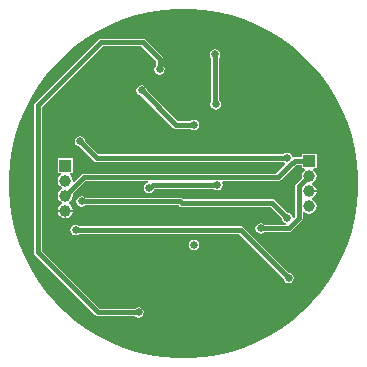
<source format=gbl>
G04*
G04 #@! TF.GenerationSoftware,Altium Limited,Altium Designer,22.0.2 (36)*
G04*
G04 Layer_Physical_Order=2*
G04 Layer_Color=16711680*
%FSLAX25Y25*%
%MOIN*%
G70*
G04*
G04 #@! TF.SameCoordinates,30A63591-0E6C-4272-A93C-493934CF8E47*
G04*
G04*
G04 #@! TF.FilePolarity,Positive*
G04*
G01*
G75*
%ADD27C,0.01500*%
%ADD28C,0.03937*%
%ADD29R,0.03937X0.03937*%
%ADD30C,0.03937*%
%ADD31R,0.03937X0.03937*%
%ADD32C,0.02500*%
G36*
X6852Y57893D02*
X11373Y57177D01*
X15824Y56108D01*
X20178Y54694D01*
X24407Y52942D01*
X28485Y50864D01*
X32388Y48472D01*
X36091Y45782D01*
X39572Y42809D01*
X42809Y39572D01*
X45782Y36091D01*
X48472Y32388D01*
X50864Y28485D01*
X52942Y24407D01*
X54694Y20178D01*
X56108Y15824D01*
X57177Y11373D01*
X57893Y6852D01*
X58252Y2289D01*
Y-2289D01*
X57893Y-6852D01*
X57177Y-11373D01*
X56108Y-15824D01*
X54694Y-20178D01*
X52942Y-24407D01*
X50864Y-28485D01*
X48472Y-32388D01*
X45782Y-36091D01*
X42809Y-39572D01*
X39572Y-42809D01*
X36091Y-45782D01*
X32388Y-48472D01*
X28485Y-50864D01*
X24407Y-52942D01*
X20178Y-54694D01*
X15824Y-56108D01*
X11373Y-57177D01*
X6852Y-57893D01*
X2289Y-58252D01*
X-2289D01*
X-6852Y-57893D01*
X-11373Y-57177D01*
X-15824Y-56108D01*
X-20178Y-54694D01*
X-24407Y-52942D01*
X-28485Y-50864D01*
X-32388Y-48472D01*
X-36091Y-45782D01*
X-39572Y-42809D01*
X-42809Y-39572D01*
X-45782Y-36091D01*
X-48472Y-32388D01*
X-50864Y-28485D01*
X-52942Y-24407D01*
X-54694Y-20178D01*
X-56108Y-15824D01*
X-57177Y-11373D01*
X-57893Y-6852D01*
X-58252Y-2289D01*
Y2289D01*
X-57893Y6852D01*
X-57177Y11373D01*
X-56108Y15824D01*
X-54694Y20178D01*
X-52942Y24407D01*
X-50864Y28485D01*
X-48472Y32388D01*
X-45782Y36091D01*
X-42809Y39572D01*
X-39572Y42809D01*
X-36091Y45782D01*
X-32388Y48472D01*
X-28485Y50864D01*
X-24407Y52942D01*
X-20178Y54694D01*
X-15824Y56108D01*
X-11373Y57177D01*
X-6852Y57893D01*
X-2289Y58252D01*
X2289D01*
X6852Y57893D01*
D02*
G37*
%LPC*%
G36*
X-13500Y48274D02*
X-27500D01*
X-27988Y48177D01*
X-28401Y47901D01*
X-49401Y26901D01*
X-49678Y26488D01*
X-49775Y26000D01*
Y-23000D01*
X-49678Y-23488D01*
X-49401Y-23901D01*
X-29401Y-43901D01*
X-28988Y-44177D01*
X-28500Y-44275D01*
X-16242D01*
X-15683Y-44649D01*
X-15000Y-44784D01*
X-14317Y-44649D01*
X-13738Y-44262D01*
X-13352Y-43683D01*
X-13216Y-43000D01*
X-13352Y-42317D01*
X-13738Y-41738D01*
X-14317Y-41352D01*
X-15000Y-41216D01*
X-15683Y-41352D01*
X-16242Y-41726D01*
X-27972D01*
X-47225Y-22472D01*
Y25472D01*
X-26972Y45726D01*
X-14028D01*
X-9274Y40972D01*
Y39243D01*
X-9648Y38683D01*
X-9784Y38000D01*
X-9648Y37317D01*
X-9262Y36738D01*
X-8683Y36351D01*
X-8000Y36216D01*
X-7317Y36351D01*
X-6738Y36738D01*
X-6352Y37317D01*
X-6216Y38000D01*
X-6352Y38683D01*
X-6725Y39243D01*
Y41500D01*
X-6822Y41988D01*
X-7099Y42401D01*
X-12599Y47901D01*
X-13012Y48177D01*
X-13500Y48274D01*
D02*
G37*
G36*
X10500Y44784D02*
X9817Y44649D01*
X9238Y44262D01*
X8851Y43683D01*
X8716Y43000D01*
X8851Y42317D01*
X9225Y41758D01*
Y27258D01*
X9073Y27030D01*
X8937Y26347D01*
X9073Y25664D01*
X9460Y25085D01*
X10039Y24698D01*
X10722Y24563D01*
X11404Y24698D01*
X11983Y25085D01*
X12370Y25664D01*
X12506Y26347D01*
X12370Y27030D01*
X11983Y27609D01*
X11774Y27748D01*
Y41758D01*
X12149Y42317D01*
X12284Y43000D01*
X12149Y43683D01*
X11762Y44262D01*
X11183Y44649D01*
X10500Y44784D01*
D02*
G37*
G36*
X-14000Y32784D02*
X-14683Y32649D01*
X-15262Y32262D01*
X-15649Y31683D01*
X-15784Y31000D01*
X-15649Y30317D01*
X-15262Y29738D01*
X-14683Y29351D01*
X-14023Y29220D01*
X-3401Y18599D01*
X-2988Y18323D01*
X-2500Y18225D01*
X2258D01*
X2817Y17852D01*
X3500Y17716D01*
X4183Y17852D01*
X4762Y18238D01*
X5148Y18817D01*
X5284Y19500D01*
X5148Y20183D01*
X4762Y20762D01*
X4183Y21148D01*
X3500Y21284D01*
X2817Y21148D01*
X2258Y20775D01*
X-1972D01*
X-12220Y31023D01*
X-12352Y31683D01*
X-12738Y32262D01*
X-13317Y32649D01*
X-14000Y32784D01*
D02*
G37*
G36*
X-34500Y15784D02*
X-35183Y15649D01*
X-35762Y15262D01*
X-36149Y14683D01*
X-36284Y14000D01*
X-36149Y13317D01*
X-35762Y12738D01*
X-35183Y12352D01*
X-34523Y12220D01*
X-29901Y7599D01*
X-29488Y7322D01*
X-29000Y7226D01*
X33257D01*
X33795Y6866D01*
X33859Y6807D01*
X33970Y6334D01*
X30910Y3274D01*
X12381D01*
X12356Y3279D01*
X10285D01*
X10261Y3274D01*
X-33276D01*
X-33763Y3178D01*
X-34177Y2901D01*
X-36413Y665D01*
X-36672Y803D01*
X-36858Y927D01*
X-37045Y1869D01*
X-37590Y2685D01*
X-37967Y2937D01*
X-37816Y3437D01*
X-36902D01*
Y8374D01*
X-41839D01*
Y3437D01*
X-40925D01*
X-40773Y2937D01*
X-41150Y2685D01*
X-41695Y1869D01*
X-41887Y905D01*
X-41695Y-58D01*
X-41150Y-874D01*
X-40488Y-1317D01*
X-40473Y-1358D01*
Y-1831D01*
X-40488Y-1872D01*
X-41150Y-2315D01*
X-41695Y-3131D01*
X-41887Y-4095D01*
X-41695Y-5058D01*
X-41150Y-5874D01*
X-40488Y-6317D01*
X-40473Y-6358D01*
Y-6831D01*
X-40488Y-6872D01*
X-41150Y-7315D01*
X-41695Y-8131D01*
X-41837Y-8845D01*
X-39370D01*
X-36903D01*
X-37045Y-8131D01*
X-37590Y-7315D01*
X-38253Y-6872D01*
X-38267Y-6831D01*
Y-6358D01*
X-38253Y-6317D01*
X-37590Y-5874D01*
X-37045Y-5058D01*
X-36853Y-4095D01*
X-36972Y-3498D01*
X-32748Y726D01*
X-11845D01*
X-11795Y225D01*
X-12183Y149D01*
X-12762Y-238D01*
X-13149Y-817D01*
X-13284Y-1500D01*
X-13149Y-2183D01*
X-12762Y-2762D01*
X-12183Y-3148D01*
X-11500Y-3284D01*
X-10817Y-3148D01*
X-10238Y-2762D01*
X-9851Y-2183D01*
X-9778Y-1814D01*
X-9734Y-1770D01*
X10078D01*
X10638Y-2144D01*
X11321Y-2279D01*
X12004Y-2144D01*
X12583Y-1757D01*
X12969Y-1178D01*
X13105Y-495D01*
X12969Y188D01*
X12904Y285D01*
X13140Y726D01*
X31438D01*
X31926Y823D01*
X32339Y1099D01*
X36143Y4903D01*
X36437Y5099D01*
X37563Y6225D01*
X39398D01*
Y5032D01*
X40312D01*
X40463Y4532D01*
X40086Y4280D01*
X39541Y3463D01*
X39349Y2500D01*
X39468Y1904D01*
X37499Y-64D01*
X37223Y-478D01*
X37126Y-965D01*
Y-11072D01*
X36770Y-11428D01*
X36235Y-11255D01*
X36149Y-10817D01*
X35762Y-10238D01*
X35183Y-9851D01*
X34523Y-9720D01*
X30401Y-5599D01*
X29988Y-5322D01*
X29500Y-5226D01*
X-105D01*
X-232Y-5099D01*
X-646Y-4823D01*
X-1133Y-4725D01*
X-32757D01*
X-33317Y-4352D01*
X-34000Y-4216D01*
X-34683Y-4352D01*
X-35262Y-4738D01*
X-35649Y-5317D01*
X-35784Y-6000D01*
X-35649Y-6683D01*
X-35262Y-7262D01*
X-34683Y-7649D01*
X-34000Y-7784D01*
X-33317Y-7649D01*
X-32757Y-7275D01*
X-1661D01*
X-1534Y-7401D01*
X-1121Y-7677D01*
X-633Y-7774D01*
X28972D01*
X32720Y-11523D01*
X32851Y-12183D01*
X33238Y-12762D01*
X33817Y-13149D01*
X34205Y-13226D01*
X34155Y-13725D01*
X26993D01*
X26434Y-13352D01*
X25751Y-13216D01*
X25068Y-13352D01*
X24489Y-13738D01*
X24102Y-14317D01*
X23967Y-15000D01*
X24102Y-15683D01*
X24489Y-16262D01*
X25068Y-16648D01*
X25751Y-16784D01*
X26434Y-16648D01*
X26993Y-16274D01*
X35000D01*
X35488Y-16177D01*
X35901Y-15901D01*
X39302Y-12501D01*
X39578Y-12087D01*
X39675Y-11599D01*
Y-9496D01*
X40175Y-9339D01*
X40903Y-9825D01*
X41866Y-10017D01*
X42829Y-9825D01*
X43646Y-9280D01*
X44191Y-8463D01*
X44383Y-7500D01*
X44191Y-6537D01*
X43646Y-5720D01*
X42984Y-5278D01*
X42970Y-5237D01*
Y-4764D01*
X42984Y-4722D01*
X43646Y-4280D01*
X44191Y-3463D01*
X44333Y-2750D01*
X41866D01*
Y-2250D01*
X44333D01*
X44191Y-1537D01*
X43646Y-720D01*
X42984Y-278D01*
X42970Y-237D01*
Y237D01*
X42984Y278D01*
X43646Y720D01*
X44191Y1537D01*
X44383Y2500D01*
X44191Y3463D01*
X43646Y4280D01*
X43269Y4532D01*
X43421Y5032D01*
X44335D01*
Y9968D01*
X39398D01*
Y8775D01*
X37036D01*
X36548Y8677D01*
X36222Y8812D01*
X36149Y9183D01*
X35762Y9762D01*
X35183Y10148D01*
X34500Y10284D01*
X33817Y10148D01*
X33257Y9775D01*
X-28472D01*
X-32720Y14023D01*
X-32851Y14683D01*
X-33238Y15262D01*
X-33817Y15649D01*
X-34500Y15784D01*
D02*
G37*
G36*
X-36903Y-9345D02*
X-39120D01*
Y-11562D01*
X-38407Y-11420D01*
X-37590Y-10874D01*
X-37045Y-10058D01*
X-36903Y-9345D01*
D02*
G37*
G36*
X-39620D02*
X-41837D01*
X-41695Y-10058D01*
X-41150Y-10874D01*
X-40333Y-11420D01*
X-39620Y-11562D01*
Y-9345D01*
D02*
G37*
G36*
X3500Y-18716D02*
X2817Y-18851D01*
X2238Y-19238D01*
X1852Y-19817D01*
X1716Y-20500D01*
X1852Y-21183D01*
X2238Y-21762D01*
X2817Y-22149D01*
X3500Y-22284D01*
X4183Y-22149D01*
X4762Y-21762D01*
X5148Y-21183D01*
X5284Y-20500D01*
X5148Y-19817D01*
X4762Y-19238D01*
X4183Y-18851D01*
X3500Y-18716D01*
D02*
G37*
G36*
X-36000Y-13716D02*
X-36683Y-13851D01*
X-37262Y-14238D01*
X-37648Y-14817D01*
X-37784Y-15500D01*
X-37648Y-16183D01*
X-37262Y-16762D01*
X-36683Y-17149D01*
X-36000Y-17284D01*
X-35317Y-17149D01*
X-34758Y-16774D01*
X18472D01*
X33220Y-31523D01*
X33351Y-32183D01*
X33738Y-32762D01*
X34317Y-33149D01*
X35000Y-33284D01*
X35683Y-33149D01*
X36262Y-32762D01*
X36648Y-32183D01*
X36784Y-31500D01*
X36648Y-30817D01*
X36262Y-30238D01*
X35683Y-29851D01*
X35023Y-29720D01*
X19901Y-14599D01*
X19488Y-14322D01*
X19000Y-14225D01*
X-34758D01*
X-35317Y-13851D01*
X-36000Y-13716D01*
D02*
G37*
%LPD*%
D27*
X-27500Y47000D02*
X-13500D01*
X-8000Y38000D02*
Y41500D01*
X-13500Y47000D02*
X-8000Y41500D01*
X-633Y-6500D02*
X29500D01*
X34500Y-11500D01*
X-34000Y-6000D02*
X-1133D01*
X-633Y-6500D01*
X37036Y7500D02*
X41866D01*
X35535Y6000D02*
X37036Y7500D01*
X35438Y6000D02*
X35535D01*
X31438Y2000D02*
X35438Y6000D01*
X-33276Y2000D02*
X10281D01*
X10285Y2005D02*
X12356D01*
X10281Y2000D02*
X10285Y2005D01*
X12361Y2000D02*
X31438D01*
X12356Y2005D02*
X12361Y2000D01*
X-39370Y-4095D02*
X-33276Y2000D01*
X25751Y-15000D02*
X35000D01*
X38401Y-11599D01*
Y-965D01*
X-10262Y-495D02*
X11321D01*
X-11267Y-1500D02*
X-10262Y-495D01*
X-11500Y-1500D02*
X-11267D01*
X38401Y-965D02*
X41866Y2500D01*
X-28500Y-43000D02*
X-15000D01*
X-48500Y-23000D02*
Y26000D01*
Y-23000D02*
X-28500Y-43000D01*
X-48500Y26000D02*
X-27500Y47000D01*
X10500Y26568D02*
X10722Y26347D01*
X10500Y26568D02*
Y43000D01*
X-29000Y8500D02*
X34500D01*
X-34500Y14000D02*
X-29000Y8500D01*
X-2500Y19500D02*
X3500D01*
X-14000Y31000D02*
X-2500Y19500D01*
X19000Y-15500D02*
X35000Y-31500D01*
X-36000Y-15500D02*
X19000D01*
D28*
X41866Y-7500D02*
D03*
Y-2500D02*
D03*
Y2500D02*
D03*
D29*
Y7500D02*
D03*
D30*
X-39370Y-9094D02*
D03*
Y-4095D02*
D03*
Y905D02*
D03*
D31*
Y5906D02*
D03*
D32*
X-11500Y-1500D02*
D03*
X11321Y-495D02*
D03*
X25751Y-15000D02*
D03*
X3500Y-20500D02*
D03*
X-15000Y-43000D02*
D03*
X-8000Y38000D02*
D03*
X10722Y26347D02*
D03*
X10500Y43000D02*
D03*
X-34000Y-6000D02*
D03*
X-34500Y14000D02*
D03*
X3500Y19500D02*
D03*
X-14000Y31000D02*
D03*
X35000Y-31500D02*
D03*
X-36000Y-15500D02*
D03*
X34500Y8500D02*
D03*
Y-11500D02*
D03*
M02*

</source>
